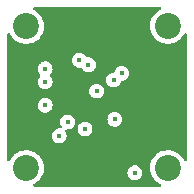
<source format=gbr>
G04 #@! TF.GenerationSoftware,KiCad,Pcbnew,(6.0.0)*
G04 #@! TF.CreationDate,2022-01-16T21:37:01+08:00*
G04 #@! TF.ProjectId,bldc_motor_encoder,626c6463-5f6d-46f7-946f-725f656e636f,rev?*
G04 #@! TF.SameCoordinates,Original*
G04 #@! TF.FileFunction,Copper,L3,Inr*
G04 #@! TF.FilePolarity,Positive*
%FSLAX46Y46*%
G04 Gerber Fmt 4.6, Leading zero omitted, Abs format (unit mm)*
G04 Created by KiCad (PCBNEW (6.0.0)) date 2022-01-16 21:37:01*
%MOMM*%
%LPD*%
G01*
G04 APERTURE LIST*
G04 #@! TA.AperFunction,ComponentPad*
%ADD10C,2.200000*%
G04 #@! TD*
G04 #@! TA.AperFunction,ViaPad*
%ADD11C,0.450000*%
G04 #@! TD*
G04 APERTURE END LIST*
D10*
X102000000Y-86000000D03*
X102000000Y-98000000D03*
X114000000Y-98000000D03*
X114000000Y-86000000D03*
D11*
X108740000Y-95470000D03*
X105480000Y-88700000D03*
X104800000Y-95290000D03*
X111200000Y-98410000D03*
X107970000Y-91500000D03*
X105510000Y-94120000D03*
X106980000Y-94710000D03*
X109410000Y-90560000D03*
X107269650Y-89283139D03*
X109500000Y-93900000D03*
X110090000Y-90010000D03*
X106500000Y-88900000D03*
X103600000Y-92700000D03*
X103600000Y-90700000D03*
X103600000Y-89600000D03*
G04 #@! TA.AperFunction,Conductor*
G36*
X113376997Y-84420002D02*
G01*
X113423490Y-84473658D01*
X113433594Y-84543932D01*
X113404100Y-84608512D01*
X113367057Y-84637762D01*
X113197679Y-84725935D01*
X113193546Y-84729038D01*
X113193543Y-84729040D01*
X113096419Y-84801963D01*
X113000364Y-84874083D01*
X112829896Y-85052468D01*
X112826982Y-85056740D01*
X112826981Y-85056741D01*
X112773988Y-85134426D01*
X112690851Y-85256300D01*
X112586965Y-85480104D01*
X112521026Y-85717871D01*
X112494806Y-85963214D01*
X112509010Y-86209545D01*
X112510147Y-86214591D01*
X112510148Y-86214597D01*
X112532336Y-86313051D01*
X112563255Y-86450249D01*
X112656084Y-86678861D01*
X112785006Y-86889241D01*
X112946557Y-87075741D01*
X113136399Y-87233351D01*
X113349433Y-87357838D01*
X113354253Y-87359678D01*
X113354258Y-87359681D01*
X113468547Y-87403323D01*
X113579939Y-87445859D01*
X113585007Y-87446890D01*
X113585010Y-87446891D01*
X113704587Y-87471219D01*
X113821726Y-87495052D01*
X113826899Y-87495242D01*
X113826902Y-87495242D01*
X114063136Y-87503904D01*
X114063140Y-87503904D01*
X114068300Y-87504093D01*
X114073420Y-87503437D01*
X114073422Y-87503437D01*
X114149703Y-87493665D01*
X114313041Y-87472741D01*
X114317990Y-87471256D01*
X114317996Y-87471255D01*
X114544424Y-87403323D01*
X114544423Y-87403323D01*
X114549374Y-87401838D01*
X114653266Y-87350942D01*
X114766303Y-87295566D01*
X114766308Y-87295563D01*
X114770954Y-87293287D01*
X114775164Y-87290284D01*
X114775169Y-87290281D01*
X114967617Y-87153009D01*
X114967622Y-87153005D01*
X114971829Y-87150004D01*
X115146605Y-86975837D01*
X115290588Y-86775463D01*
X115340702Y-86674066D01*
X115361043Y-86632908D01*
X115409157Y-86580701D01*
X115477858Y-86562794D01*
X115545334Y-86584872D01*
X115590162Y-86639926D01*
X115600000Y-86688735D01*
X115600000Y-97310762D01*
X115579998Y-97378883D01*
X115526342Y-97425376D01*
X115456068Y-97435480D01*
X115391488Y-97405986D01*
X115358452Y-97361006D01*
X115326928Y-97288507D01*
X115192905Y-97081339D01*
X115166635Y-97052468D01*
X115140243Y-97023464D01*
X115026846Y-96898842D01*
X115022795Y-96895643D01*
X115022791Y-96895639D01*
X114837264Y-96749119D01*
X114837259Y-96749116D01*
X114833210Y-96745918D01*
X114828694Y-96743425D01*
X114828691Y-96743423D01*
X114621722Y-96629170D01*
X114621718Y-96629168D01*
X114617198Y-96626673D01*
X114612329Y-96624949D01*
X114612325Y-96624947D01*
X114389485Y-96546035D01*
X114389481Y-96546034D01*
X114384610Y-96544309D01*
X114379517Y-96543402D01*
X114379514Y-96543401D01*
X114146783Y-96501945D01*
X114146777Y-96501944D01*
X114141694Y-96501039D01*
X114062324Y-96500069D01*
X113900142Y-96498088D01*
X113900140Y-96498088D01*
X113894972Y-96498025D01*
X113651070Y-96535347D01*
X113416540Y-96612003D01*
X113197679Y-96725935D01*
X113193546Y-96729038D01*
X113193543Y-96729040D01*
X113004499Y-96870978D01*
X113000364Y-96874083D01*
X112829896Y-97052468D01*
X112826982Y-97056740D01*
X112826981Y-97056741D01*
X112807238Y-97085683D01*
X112690851Y-97256300D01*
X112675901Y-97288507D01*
X112607679Y-97435480D01*
X112586965Y-97480104D01*
X112521026Y-97717871D01*
X112494806Y-97963214D01*
X112495103Y-97968366D01*
X112495103Y-97968370D01*
X112496734Y-97996647D01*
X112509010Y-98209545D01*
X112510147Y-98214591D01*
X112510148Y-98214597D01*
X112522012Y-98267241D01*
X112563255Y-98450249D01*
X112656084Y-98678861D01*
X112785006Y-98889241D01*
X112946557Y-99075741D01*
X113136399Y-99233351D01*
X113201451Y-99271365D01*
X113344967Y-99355229D01*
X113344974Y-99355232D01*
X113349433Y-99357838D01*
X113354262Y-99359682D01*
X113355698Y-99360370D01*
X113408488Y-99407844D01*
X113427232Y-99476321D01*
X113405978Y-99544062D01*
X113351475Y-99589558D01*
X113301253Y-99600000D01*
X102688475Y-99600000D01*
X102620354Y-99579998D01*
X102573861Y-99526342D01*
X102563757Y-99456068D01*
X102593251Y-99391488D01*
X102633043Y-99360849D01*
X102766303Y-99295566D01*
X102766308Y-99295563D01*
X102770954Y-99293287D01*
X102775164Y-99290284D01*
X102775169Y-99290281D01*
X102967617Y-99153009D01*
X102967622Y-99153005D01*
X102971829Y-99150004D01*
X103146605Y-98975837D01*
X103181531Y-98927233D01*
X103287570Y-98779663D01*
X103290588Y-98775463D01*
X103399911Y-98554264D01*
X103439733Y-98423196D01*
X103445747Y-98403402D01*
X110569941Y-98403402D01*
X110586554Y-98553883D01*
X110638582Y-98696057D01*
X110642819Y-98702363D01*
X110642821Y-98702366D01*
X110661881Y-98730729D01*
X110723022Y-98821716D01*
X110834998Y-98923607D01*
X110841675Y-98927232D01*
X110841676Y-98927233D01*
X110961370Y-98992222D01*
X110961372Y-98992223D01*
X110968047Y-98995847D01*
X110975396Y-98997775D01*
X111107136Y-99032336D01*
X111107138Y-99032336D01*
X111114486Y-99034264D01*
X111194562Y-99035522D01*
X111258266Y-99036523D01*
X111258269Y-99036523D01*
X111265863Y-99036642D01*
X111413437Y-99002843D01*
X111480731Y-98968998D01*
X111541906Y-98938231D01*
X111541909Y-98938229D01*
X111548689Y-98934819D01*
X111663810Y-98836495D01*
X111730485Y-98743708D01*
X111747724Y-98719718D01*
X111747725Y-98719717D01*
X111752156Y-98713550D01*
X111808624Y-98573080D01*
X111829956Y-98423196D01*
X111830094Y-98410000D01*
X111811906Y-98259701D01*
X111792954Y-98209545D01*
X111761076Y-98125182D01*
X111761075Y-98125179D01*
X111758392Y-98118080D01*
X111672640Y-97993311D01*
X111559603Y-97892599D01*
X111552897Y-97889048D01*
X111552895Y-97889047D01*
X111492704Y-97857178D01*
X111425805Y-97821757D01*
X111278972Y-97784874D01*
X111271374Y-97784834D01*
X111271372Y-97784834D01*
X111206775Y-97784496D01*
X111127579Y-97784082D01*
X111120200Y-97785854D01*
X111120196Y-97785854D01*
X110987746Y-97817652D01*
X110987742Y-97817653D01*
X110980367Y-97819424D01*
X110845835Y-97888861D01*
X110840113Y-97893853D01*
X110840111Y-97893854D01*
X110737474Y-97983390D01*
X110737471Y-97983393D01*
X110731749Y-97988385D01*
X110723891Y-97999566D01*
X110674251Y-98070197D01*
X110644696Y-98112249D01*
X110589702Y-98253302D01*
X110569941Y-98403402D01*
X103445747Y-98403402D01*
X103470135Y-98323132D01*
X103470136Y-98323126D01*
X103471639Y-98318180D01*
X103503845Y-98073550D01*
X103505643Y-98000000D01*
X103496219Y-97885378D01*
X103485849Y-97759240D01*
X103485848Y-97759234D01*
X103485425Y-97754089D01*
X103425316Y-97514783D01*
X103326928Y-97288507D01*
X103192905Y-97081339D01*
X103166635Y-97052468D01*
X103140243Y-97023464D01*
X103026846Y-96898842D01*
X103022795Y-96895643D01*
X103022791Y-96895639D01*
X102837264Y-96749119D01*
X102837259Y-96749116D01*
X102833210Y-96745918D01*
X102828694Y-96743425D01*
X102828691Y-96743423D01*
X102621722Y-96629170D01*
X102621718Y-96629168D01*
X102617198Y-96626673D01*
X102612329Y-96624949D01*
X102612325Y-96624947D01*
X102389485Y-96546035D01*
X102389481Y-96546034D01*
X102384610Y-96544309D01*
X102379517Y-96543402D01*
X102379514Y-96543401D01*
X102146783Y-96501945D01*
X102146777Y-96501944D01*
X102141694Y-96501039D01*
X102062324Y-96500069D01*
X101900142Y-96498088D01*
X101900140Y-96498088D01*
X101894972Y-96498025D01*
X101651070Y-96535347D01*
X101416540Y-96612003D01*
X101197679Y-96725935D01*
X101193546Y-96729038D01*
X101193543Y-96729040D01*
X101004499Y-96870978D01*
X101000364Y-96874083D01*
X100829896Y-97052468D01*
X100826982Y-97056740D01*
X100826981Y-97056741D01*
X100807238Y-97085683D01*
X100690851Y-97256300D01*
X100675901Y-97288507D01*
X100640288Y-97365229D01*
X100593464Y-97418596D01*
X100525220Y-97438177D01*
X100457225Y-97417753D01*
X100411065Y-97363811D01*
X100400000Y-97312179D01*
X100400000Y-95283402D01*
X104169941Y-95283402D01*
X104186554Y-95433883D01*
X104238582Y-95576057D01*
X104242819Y-95582363D01*
X104242821Y-95582366D01*
X104281412Y-95639794D01*
X104323022Y-95701716D01*
X104434998Y-95803607D01*
X104441675Y-95807232D01*
X104441676Y-95807233D01*
X104561370Y-95872222D01*
X104561372Y-95872223D01*
X104568047Y-95875847D01*
X104575396Y-95877775D01*
X104707136Y-95912336D01*
X104707138Y-95912336D01*
X104714486Y-95914264D01*
X104794562Y-95915522D01*
X104858266Y-95916523D01*
X104858269Y-95916523D01*
X104865863Y-95916642D01*
X105013437Y-95882843D01*
X105080731Y-95848998D01*
X105141906Y-95818231D01*
X105141909Y-95818229D01*
X105148689Y-95814819D01*
X105263810Y-95716495D01*
X105352156Y-95593550D01*
X105408624Y-95453080D01*
X105429956Y-95303196D01*
X105430094Y-95290000D01*
X105411906Y-95139701D01*
X105402727Y-95115410D01*
X105361076Y-95005182D01*
X105361075Y-95005179D01*
X105358392Y-94998080D01*
X105354093Y-94991826D01*
X105354090Y-94991819D01*
X105319596Y-94941631D01*
X105297495Y-94874162D01*
X105315380Y-94805455D01*
X105367571Y-94757324D01*
X105425414Y-94744279D01*
X105568265Y-94746523D01*
X105568268Y-94746523D01*
X105575863Y-94746642D01*
X105723437Y-94712843D01*
X105742209Y-94703402D01*
X106349941Y-94703402D01*
X106366554Y-94853883D01*
X106418582Y-94996057D01*
X106422819Y-95002363D01*
X106422821Y-95002366D01*
X106461412Y-95059794D01*
X106503022Y-95121716D01*
X106614998Y-95223607D01*
X106621675Y-95227232D01*
X106621676Y-95227233D01*
X106741370Y-95292222D01*
X106741372Y-95292223D01*
X106748047Y-95295847D01*
X106755396Y-95297775D01*
X106887136Y-95332336D01*
X106887138Y-95332336D01*
X106894486Y-95334264D01*
X106974562Y-95335522D01*
X107038266Y-95336523D01*
X107038269Y-95336523D01*
X107045863Y-95336642D01*
X107193437Y-95302843D01*
X107260731Y-95268998D01*
X107321906Y-95238231D01*
X107321909Y-95238229D01*
X107328689Y-95234819D01*
X107443810Y-95136495D01*
X107532156Y-95013550D01*
X107588624Y-94873080D01*
X107609956Y-94723196D01*
X107610094Y-94710000D01*
X107609592Y-94705847D01*
X107601610Y-94639888D01*
X107591906Y-94559701D01*
X107578773Y-94524946D01*
X107541076Y-94425182D01*
X107541075Y-94425179D01*
X107538392Y-94418080D01*
X107452640Y-94293311D01*
X107339603Y-94192599D01*
X107332897Y-94189048D01*
X107332895Y-94189047D01*
X107235117Y-94137277D01*
X107205805Y-94121757D01*
X107058972Y-94084874D01*
X107051374Y-94084834D01*
X107051372Y-94084834D01*
X106986775Y-94084496D01*
X106907579Y-94084082D01*
X106900200Y-94085854D01*
X106900196Y-94085854D01*
X106767746Y-94117652D01*
X106767742Y-94117653D01*
X106760367Y-94119424D01*
X106625835Y-94188861D01*
X106620113Y-94193853D01*
X106620111Y-94193854D01*
X106517474Y-94283390D01*
X106517471Y-94283393D01*
X106511749Y-94288385D01*
X106424696Y-94412249D01*
X106369702Y-94553302D01*
X106368711Y-94560831D01*
X106355118Y-94664082D01*
X106349941Y-94703402D01*
X105742209Y-94703402D01*
X105790731Y-94678998D01*
X105851906Y-94648231D01*
X105851909Y-94648229D01*
X105858689Y-94644819D01*
X105973810Y-94546495D01*
X106062156Y-94423550D01*
X106118624Y-94283080D01*
X106139956Y-94133196D01*
X106140028Y-94126354D01*
X106140051Y-94124121D01*
X106140051Y-94124120D01*
X106140094Y-94120000D01*
X106135839Y-94084834D01*
X106122818Y-93977241D01*
X106121906Y-93969701D01*
X106098997Y-93909073D01*
X106093075Y-93893402D01*
X108869941Y-93893402D01*
X108886554Y-94043883D01*
X108938582Y-94186057D01*
X108942819Y-94192363D01*
X108942821Y-94192366D01*
X108981412Y-94249794D01*
X109023022Y-94311716D01*
X109134998Y-94413607D01*
X109141675Y-94417232D01*
X109141676Y-94417233D01*
X109261370Y-94482222D01*
X109261372Y-94482223D01*
X109268047Y-94485847D01*
X109275396Y-94487775D01*
X109407136Y-94522336D01*
X109407138Y-94522336D01*
X109414486Y-94524264D01*
X109494562Y-94525522D01*
X109558266Y-94526523D01*
X109558269Y-94526523D01*
X109565863Y-94526642D01*
X109713437Y-94492843D01*
X109780731Y-94458998D01*
X109841906Y-94428231D01*
X109841909Y-94428229D01*
X109848689Y-94424819D01*
X109963810Y-94326495D01*
X110052156Y-94203550D01*
X110108624Y-94063080D01*
X110129956Y-93913196D01*
X110130094Y-93900000D01*
X110111906Y-93749701D01*
X110096740Y-93709566D01*
X110061076Y-93615182D01*
X110061075Y-93615179D01*
X110058392Y-93608080D01*
X109972640Y-93483311D01*
X109859603Y-93382599D01*
X109852897Y-93379048D01*
X109852895Y-93379047D01*
X109753693Y-93326523D01*
X109725805Y-93311757D01*
X109578972Y-93274874D01*
X109571374Y-93274834D01*
X109571372Y-93274834D01*
X109506775Y-93274496D01*
X109427579Y-93274082D01*
X109420200Y-93275854D01*
X109420196Y-93275854D01*
X109287746Y-93307652D01*
X109287742Y-93307653D01*
X109280367Y-93309424D01*
X109145835Y-93378861D01*
X109140113Y-93383853D01*
X109140111Y-93383854D01*
X109037474Y-93473390D01*
X109037471Y-93473393D01*
X109031749Y-93478385D01*
X108944696Y-93602249D01*
X108889702Y-93743302D01*
X108869941Y-93893402D01*
X106093075Y-93893402D01*
X106071076Y-93835182D01*
X106071075Y-93835179D01*
X106068392Y-93828080D01*
X105982640Y-93703311D01*
X105869603Y-93602599D01*
X105862897Y-93599048D01*
X105862895Y-93599047D01*
X105802704Y-93567178D01*
X105735805Y-93531757D01*
X105588972Y-93494874D01*
X105581374Y-93494834D01*
X105581372Y-93494834D01*
X105516775Y-93494496D01*
X105437579Y-93494082D01*
X105430200Y-93495854D01*
X105430196Y-93495854D01*
X105297746Y-93527652D01*
X105297742Y-93527653D01*
X105290367Y-93529424D01*
X105155835Y-93598861D01*
X105150113Y-93603853D01*
X105150111Y-93603854D01*
X105047474Y-93693390D01*
X105047471Y-93693393D01*
X105041749Y-93698385D01*
X104954696Y-93822249D01*
X104899702Y-93963302D01*
X104898711Y-93970831D01*
X104883568Y-94085854D01*
X104879941Y-94113402D01*
X104896554Y-94263883D01*
X104948582Y-94406057D01*
X104952819Y-94412363D01*
X104952821Y-94412366D01*
X104991203Y-94469483D01*
X105012596Y-94537180D01*
X104993992Y-94605695D01*
X104941300Y-94653277D01*
X104878980Y-94663438D01*
X104878972Y-94664874D01*
X104727579Y-94664082D01*
X104720200Y-94665854D01*
X104720196Y-94665854D01*
X104587746Y-94697652D01*
X104587742Y-94697653D01*
X104580367Y-94699424D01*
X104526403Y-94727277D01*
X104468188Y-94757324D01*
X104445835Y-94768861D01*
X104440113Y-94773853D01*
X104440111Y-94773854D01*
X104337474Y-94863390D01*
X104337471Y-94863393D01*
X104331749Y-94868385D01*
X104244696Y-94992249D01*
X104189702Y-95133302D01*
X104169941Y-95283402D01*
X100400000Y-95283402D01*
X100400000Y-92693402D01*
X102969941Y-92693402D01*
X102986554Y-92843883D01*
X103038582Y-92986057D01*
X103042819Y-92992363D01*
X103042821Y-92992366D01*
X103081412Y-93049794D01*
X103123022Y-93111716D01*
X103234998Y-93213607D01*
X103241675Y-93217232D01*
X103241676Y-93217233D01*
X103361370Y-93282222D01*
X103361372Y-93282223D01*
X103368047Y-93285847D01*
X103375396Y-93287775D01*
X103507136Y-93322336D01*
X103507138Y-93322336D01*
X103514486Y-93324264D01*
X103594562Y-93325522D01*
X103658266Y-93326523D01*
X103658269Y-93326523D01*
X103665863Y-93326642D01*
X103813437Y-93292843D01*
X103880731Y-93258998D01*
X103941906Y-93228231D01*
X103941909Y-93228229D01*
X103948689Y-93224819D01*
X104063810Y-93126495D01*
X104152156Y-93003550D01*
X104208624Y-92863080D01*
X104229956Y-92713196D01*
X104230094Y-92700000D01*
X104211906Y-92549701D01*
X104158392Y-92408080D01*
X104072640Y-92283311D01*
X103959603Y-92182599D01*
X103952897Y-92179048D01*
X103952895Y-92179047D01*
X103853693Y-92126523D01*
X103825805Y-92111757D01*
X103678972Y-92074874D01*
X103671374Y-92074834D01*
X103671372Y-92074834D01*
X103606775Y-92074496D01*
X103527579Y-92074082D01*
X103520200Y-92075854D01*
X103520196Y-92075854D01*
X103387746Y-92107652D01*
X103387742Y-92107653D01*
X103380367Y-92109424D01*
X103245835Y-92178861D01*
X103240113Y-92183853D01*
X103240111Y-92183854D01*
X103137474Y-92273390D01*
X103137471Y-92273393D01*
X103131749Y-92278385D01*
X103044696Y-92402249D01*
X102989702Y-92543302D01*
X102969941Y-92693402D01*
X100400000Y-92693402D01*
X100400000Y-91493402D01*
X107339941Y-91493402D01*
X107356554Y-91643883D01*
X107408582Y-91786057D01*
X107412819Y-91792363D01*
X107412821Y-91792366D01*
X107451412Y-91849794D01*
X107493022Y-91911716D01*
X107604998Y-92013607D01*
X107611675Y-92017232D01*
X107611676Y-92017233D01*
X107731370Y-92082222D01*
X107731372Y-92082223D01*
X107738047Y-92085847D01*
X107745396Y-92087775D01*
X107877136Y-92122336D01*
X107877138Y-92122336D01*
X107884486Y-92124264D01*
X107964562Y-92125522D01*
X108028266Y-92126523D01*
X108028269Y-92126523D01*
X108035863Y-92126642D01*
X108183437Y-92092843D01*
X108250731Y-92058998D01*
X108311906Y-92028231D01*
X108311909Y-92028229D01*
X108318689Y-92024819D01*
X108433810Y-91926495D01*
X108522156Y-91803550D01*
X108578624Y-91663080D01*
X108599956Y-91513196D01*
X108600094Y-91500000D01*
X108581906Y-91349701D01*
X108556408Y-91282222D01*
X108531076Y-91215182D01*
X108531075Y-91215179D01*
X108528392Y-91208080D01*
X108442640Y-91083311D01*
X108329603Y-90982599D01*
X108322897Y-90979048D01*
X108322895Y-90979047D01*
X108262704Y-90947178D01*
X108195805Y-90911757D01*
X108048972Y-90874874D01*
X108041374Y-90874834D01*
X108041372Y-90874834D01*
X107976775Y-90874496D01*
X107897579Y-90874082D01*
X107890200Y-90875854D01*
X107890196Y-90875854D01*
X107757746Y-90907652D01*
X107757742Y-90907653D01*
X107750367Y-90909424D01*
X107615835Y-90978861D01*
X107610113Y-90983853D01*
X107610111Y-90983854D01*
X107507474Y-91073390D01*
X107507471Y-91073393D01*
X107501749Y-91078385D01*
X107497382Y-91084599D01*
X107425665Y-91186642D01*
X107414696Y-91202249D01*
X107359702Y-91343302D01*
X107339941Y-91493402D01*
X100400000Y-91493402D01*
X100400000Y-90693402D01*
X102969941Y-90693402D01*
X102986554Y-90843883D01*
X103038582Y-90986057D01*
X103042819Y-90992363D01*
X103042821Y-90992366D01*
X103081412Y-91049794D01*
X103123022Y-91111716D01*
X103234998Y-91213607D01*
X103241675Y-91217232D01*
X103241676Y-91217233D01*
X103361370Y-91282222D01*
X103361372Y-91282223D01*
X103368047Y-91285847D01*
X103375396Y-91287775D01*
X103507136Y-91322336D01*
X103507138Y-91322336D01*
X103514486Y-91324264D01*
X103594562Y-91325522D01*
X103658266Y-91326523D01*
X103658269Y-91326523D01*
X103665863Y-91326642D01*
X103813437Y-91292843D01*
X103880731Y-91258998D01*
X103941906Y-91228231D01*
X103941909Y-91228229D01*
X103948689Y-91224819D01*
X104063810Y-91126495D01*
X104152156Y-91003550D01*
X104208624Y-90863080D01*
X104229956Y-90713196D01*
X104230094Y-90700000D01*
X104212354Y-90553402D01*
X108779941Y-90553402D01*
X108796554Y-90703883D01*
X108848582Y-90846057D01*
X108852819Y-90852363D01*
X108852821Y-90852366D01*
X108864755Y-90870125D01*
X108933022Y-90971716D01*
X109044998Y-91073607D01*
X109051675Y-91077232D01*
X109051676Y-91077233D01*
X109171370Y-91142222D01*
X109171372Y-91142223D01*
X109178047Y-91145847D01*
X109185396Y-91147775D01*
X109317136Y-91182336D01*
X109317138Y-91182336D01*
X109324486Y-91184264D01*
X109404562Y-91185522D01*
X109468266Y-91186523D01*
X109468269Y-91186523D01*
X109475863Y-91186642D01*
X109623437Y-91152843D01*
X109717748Y-91105410D01*
X109751906Y-91088231D01*
X109751909Y-91088229D01*
X109758689Y-91084819D01*
X109873810Y-90986495D01*
X109954588Y-90874082D01*
X109957724Y-90869718D01*
X109957725Y-90869717D01*
X109962156Y-90863550D01*
X110018624Y-90723080D01*
X110019697Y-90723512D01*
X110052844Y-90669134D01*
X110116705Y-90638114D01*
X110139575Y-90636386D01*
X110142843Y-90636437D01*
X110148266Y-90636523D01*
X110148269Y-90636523D01*
X110155863Y-90636642D01*
X110303437Y-90602843D01*
X110386729Y-90560952D01*
X110431906Y-90538231D01*
X110431909Y-90538229D01*
X110438689Y-90534819D01*
X110553810Y-90436495D01*
X110642156Y-90313550D01*
X110698624Y-90173080D01*
X110719956Y-90023196D01*
X110720094Y-90010000D01*
X110701906Y-89859701D01*
X110680491Y-89803027D01*
X110651076Y-89725182D01*
X110651075Y-89725179D01*
X110648392Y-89718080D01*
X110605516Y-89655696D01*
X110566939Y-89599566D01*
X110562640Y-89593311D01*
X110449603Y-89492599D01*
X110442897Y-89489048D01*
X110442895Y-89489047D01*
X110375312Y-89453264D01*
X110315805Y-89421757D01*
X110168972Y-89384874D01*
X110161374Y-89384834D01*
X110161372Y-89384834D01*
X110096775Y-89384496D01*
X110017579Y-89384082D01*
X110010200Y-89385854D01*
X110010196Y-89385854D01*
X109877746Y-89417652D01*
X109877742Y-89417653D01*
X109870367Y-89419424D01*
X109735835Y-89488861D01*
X109730113Y-89493853D01*
X109730111Y-89493854D01*
X109627474Y-89583390D01*
X109627471Y-89583393D01*
X109621749Y-89588385D01*
X109584803Y-89640954D01*
X109546921Y-89694855D01*
X109534696Y-89712249D01*
X109479702Y-89853302D01*
X109476699Y-89852131D01*
X109447806Y-89900602D01*
X109384255Y-89932252D01*
X109361477Y-89934207D01*
X109337579Y-89934082D01*
X109330200Y-89935854D01*
X109330196Y-89935854D01*
X109197746Y-89967652D01*
X109197742Y-89967653D01*
X109190367Y-89969424D01*
X109183622Y-89972905D01*
X109183623Y-89972905D01*
X109070225Y-90031434D01*
X109055835Y-90038861D01*
X109050113Y-90043853D01*
X109050111Y-90043854D01*
X108947474Y-90133390D01*
X108947471Y-90133393D01*
X108941749Y-90138385D01*
X108917365Y-90173080D01*
X108867020Y-90244714D01*
X108854696Y-90262249D01*
X108799702Y-90403302D01*
X108793250Y-90452306D01*
X108781271Y-90543302D01*
X108779941Y-90553402D01*
X104212354Y-90553402D01*
X104211906Y-90549701D01*
X104158392Y-90408080D01*
X104072640Y-90283311D01*
X104066975Y-90278264D01*
X104066970Y-90278258D01*
X104028993Y-90244423D01*
X103991437Y-90184174D01*
X103992416Y-90113184D01*
X104030980Y-90054536D01*
X104058029Y-90031434D01*
X104058035Y-90031427D01*
X104063810Y-90026495D01*
X104152156Y-89903550D01*
X104208624Y-89763080D01*
X104229956Y-89613196D01*
X104230094Y-89600000D01*
X104229441Y-89594599D01*
X104221202Y-89526523D01*
X104211906Y-89449701D01*
X104196335Y-89408493D01*
X104161076Y-89315182D01*
X104161075Y-89315179D01*
X104158392Y-89308080D01*
X104072640Y-89183311D01*
X103959603Y-89082599D01*
X103952897Y-89079048D01*
X103952895Y-89079047D01*
X103872223Y-89036334D01*
X103825805Y-89011757D01*
X103678972Y-88974874D01*
X103671374Y-88974834D01*
X103671372Y-88974834D01*
X103606775Y-88974496D01*
X103527579Y-88974082D01*
X103520200Y-88975854D01*
X103520196Y-88975854D01*
X103387746Y-89007652D01*
X103387742Y-89007653D01*
X103380367Y-89009424D01*
X103245835Y-89078861D01*
X103240113Y-89083853D01*
X103240111Y-89083854D01*
X103137474Y-89173390D01*
X103137471Y-89173393D01*
X103131749Y-89178385D01*
X103127382Y-89184599D01*
X103058127Y-89283139D01*
X103044696Y-89302249D01*
X102989702Y-89443302D01*
X102987867Y-89457241D01*
X102973074Y-89569608D01*
X102969941Y-89593402D01*
X102986554Y-89743883D01*
X103038582Y-89886057D01*
X103042819Y-89892363D01*
X103042821Y-89892366D01*
X103070938Y-89934207D01*
X103123022Y-90011716D01*
X103128640Y-90016828D01*
X103172318Y-90056572D01*
X103209240Y-90117212D01*
X103207517Y-90188188D01*
X103170348Y-90244713D01*
X103131749Y-90278385D01*
X103044696Y-90402249D01*
X102989702Y-90543302D01*
X102987867Y-90557241D01*
X102977414Y-90636642D01*
X102969941Y-90693402D01*
X100400000Y-90693402D01*
X100400000Y-88893402D01*
X105869941Y-88893402D01*
X105886554Y-89043883D01*
X105938582Y-89186057D01*
X105942819Y-89192363D01*
X105942821Y-89192366D01*
X105981412Y-89249794D01*
X106023022Y-89311716D01*
X106134998Y-89413607D01*
X106141675Y-89417232D01*
X106141676Y-89417233D01*
X106261370Y-89482222D01*
X106261372Y-89482223D01*
X106268047Y-89485847D01*
X106275396Y-89487775D01*
X106407136Y-89522336D01*
X106407138Y-89522336D01*
X106414486Y-89524264D01*
X106494562Y-89525522D01*
X106558266Y-89526523D01*
X106558269Y-89526523D01*
X106565863Y-89526642D01*
X106573267Y-89524946D01*
X106573269Y-89524946D01*
X106580055Y-89523392D01*
X106650922Y-89527684D01*
X106708219Y-89569608D01*
X106712759Y-89575933D01*
X106792672Y-89694855D01*
X106904648Y-89796746D01*
X106911325Y-89800371D01*
X106911326Y-89800372D01*
X107031020Y-89865361D01*
X107031022Y-89865362D01*
X107037697Y-89868986D01*
X107045046Y-89870914D01*
X107176786Y-89905475D01*
X107176788Y-89905475D01*
X107184136Y-89907403D01*
X107264212Y-89908661D01*
X107327916Y-89909662D01*
X107327919Y-89909662D01*
X107335513Y-89909781D01*
X107483087Y-89875982D01*
X107550381Y-89842137D01*
X107611556Y-89811370D01*
X107611559Y-89811368D01*
X107618339Y-89807958D01*
X107733460Y-89709634D01*
X107821806Y-89586689D01*
X107878274Y-89446219D01*
X107899606Y-89296335D01*
X107899744Y-89283139D01*
X107881556Y-89132840D01*
X107878154Y-89123838D01*
X107830726Y-88998321D01*
X107830725Y-88998318D01*
X107828042Y-88991219D01*
X107742290Y-88866450D01*
X107629253Y-88765738D01*
X107622547Y-88762187D01*
X107622545Y-88762186D01*
X107562354Y-88730317D01*
X107495455Y-88694896D01*
X107348622Y-88658013D01*
X107341024Y-88657973D01*
X107341022Y-88657973D01*
X107276425Y-88657635D01*
X107197229Y-88657221D01*
X107189845Y-88658994D01*
X107182295Y-88659867D01*
X107182102Y-88658198D01*
X107120340Y-88655107D01*
X107062607Y-88613786D01*
X107057997Y-88607505D01*
X106976939Y-88489566D01*
X106972640Y-88483311D01*
X106859603Y-88382599D01*
X106852897Y-88379048D01*
X106852895Y-88379047D01*
X106792704Y-88347178D01*
X106725805Y-88311757D01*
X106578972Y-88274874D01*
X106571374Y-88274834D01*
X106571372Y-88274834D01*
X106506775Y-88274496D01*
X106427579Y-88274082D01*
X106420200Y-88275854D01*
X106420196Y-88275854D01*
X106287746Y-88307652D01*
X106287742Y-88307653D01*
X106280367Y-88309424D01*
X106145835Y-88378861D01*
X106140113Y-88383853D01*
X106140111Y-88383854D01*
X106037474Y-88473390D01*
X106037471Y-88473393D01*
X106031749Y-88478385D01*
X105944696Y-88602249D01*
X105889702Y-88743302D01*
X105888711Y-88750831D01*
X105872666Y-88872705D01*
X105869941Y-88893402D01*
X100400000Y-88893402D01*
X100400000Y-86693410D01*
X100420002Y-86625289D01*
X100473658Y-86578796D01*
X100543932Y-86568692D01*
X100608512Y-86598186D01*
X100642743Y-86646006D01*
X100656084Y-86678861D01*
X100785006Y-86889241D01*
X100946557Y-87075741D01*
X101136399Y-87233351D01*
X101349433Y-87357838D01*
X101354253Y-87359678D01*
X101354258Y-87359681D01*
X101468547Y-87403323D01*
X101579939Y-87445859D01*
X101585007Y-87446890D01*
X101585010Y-87446891D01*
X101704587Y-87471219D01*
X101821726Y-87495052D01*
X101826899Y-87495242D01*
X101826902Y-87495242D01*
X102063136Y-87503904D01*
X102063140Y-87503904D01*
X102068300Y-87504093D01*
X102073420Y-87503437D01*
X102073422Y-87503437D01*
X102149703Y-87493665D01*
X102313041Y-87472741D01*
X102317990Y-87471256D01*
X102317996Y-87471255D01*
X102544424Y-87403323D01*
X102544423Y-87403323D01*
X102549374Y-87401838D01*
X102653266Y-87350942D01*
X102766303Y-87295566D01*
X102766308Y-87295563D01*
X102770954Y-87293287D01*
X102775164Y-87290284D01*
X102775169Y-87290281D01*
X102967617Y-87153009D01*
X102967622Y-87153005D01*
X102971829Y-87150004D01*
X103146605Y-86975837D01*
X103290588Y-86775463D01*
X103399911Y-86554264D01*
X103433045Y-86445207D01*
X103470135Y-86323132D01*
X103470136Y-86323126D01*
X103471639Y-86318180D01*
X103503845Y-86073550D01*
X103505643Y-86000000D01*
X103497660Y-85902906D01*
X103485849Y-85759240D01*
X103485848Y-85759234D01*
X103485425Y-85754089D01*
X103425316Y-85514783D01*
X103364629Y-85375213D01*
X103328993Y-85293256D01*
X103328993Y-85293255D01*
X103326928Y-85288507D01*
X103192905Y-85081339D01*
X103166635Y-85052468D01*
X103073397Y-84950001D01*
X103026846Y-84898842D01*
X103022795Y-84895643D01*
X103022791Y-84895639D01*
X102837264Y-84749119D01*
X102837259Y-84749116D01*
X102833210Y-84745918D01*
X102828695Y-84743425D01*
X102828682Y-84743417D01*
X102634654Y-84636308D01*
X102584684Y-84585876D01*
X102569912Y-84516433D01*
X102595028Y-84450028D01*
X102652059Y-84407743D01*
X102695548Y-84400000D01*
X113308876Y-84400000D01*
X113376997Y-84420002D01*
G37*
G04 #@! TD.AperFunction*
M02*

</source>
